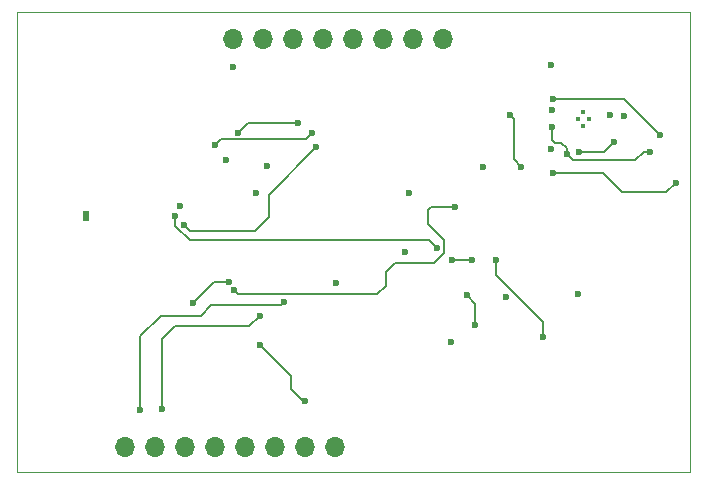
<source format=gbr>
%TF.GenerationSoftware,KiCad,Pcbnew,8.0.1*%
%TF.CreationDate,2024-04-28T17:40:03+05:30*%
%TF.ProjectId,ecg,6563672e-6b69-4636-9164-5f7063625858,rev?*%
%TF.SameCoordinates,Original*%
%TF.FileFunction,Copper,L3,Inr*%
%TF.FilePolarity,Positive*%
%FSLAX46Y46*%
G04 Gerber Fmt 4.6, Leading zero omitted, Abs format (unit mm)*
G04 Created by KiCad (PCBNEW 8.0.1) date 2024-04-28 17:40:03*
%MOMM*%
%LPD*%
G01*
G04 APERTURE LIST*
%TA.AperFunction,ComponentPad*%
%ADD10O,1.700000X1.700000*%
%TD*%
%TA.AperFunction,ComponentPad*%
%ADD11R,0.500000X0.900000*%
%TD*%
%TA.AperFunction,ComponentPad*%
%ADD12C,0.400000*%
%TD*%
%TA.AperFunction,ViaPad*%
%ADD13C,0.600000*%
%TD*%
%TA.AperFunction,Conductor*%
%ADD14C,0.200000*%
%TD*%
%TA.AperFunction,Profile*%
%ADD15C,0.050000*%
%TD*%
G04 APERTURE END LIST*
D10*
%TO.N,LDO_OUT*%
%TO.C,U5*%
X152280000Y-81350000D03*
%TO.N,TMS*%
X154820000Y-81350000D03*
%TO.N,TDI*%
X157360000Y-81350000D03*
%TO.N,TDO*%
X159900000Y-81350000D03*
%TO.N,TCK*%
X162440000Y-81350000D03*
%TO.N,TXD0*%
X164980000Y-81350000D03*
%TO.N,RXD0*%
X167520000Y-81350000D03*
%TO.N,GND2*%
X170060000Y-81350000D03*
%TD*%
D11*
%TO.N,GND2*%
%TO.C,AE1*%
X139830000Y-96340000D03*
%TD*%
D10*
%TO.N,Net-(U1-GPIO21)*%
%TO.C,U6*%
X143160000Y-115850000D03*
%TO.N,Net-(U1-GPIO18)*%
X145700000Y-115850000D03*
%TO.N,Net-(U1-GPIO12)*%
X148240000Y-115850000D03*
%TO.N,Net-(U1-GPIO13)*%
X150780000Y-115850000D03*
%TO.N,Net-(U1-GPIO14)*%
X153320000Y-115850000D03*
%TO.N,Net-(U1-GPIO17)*%
X155860000Y-115850000D03*
%TO.N,USB_D+*%
X158400000Y-115850000D03*
%TO.N,USB_D-*%
X160940000Y-115850000D03*
%TD*%
D12*
%TO.N,N/C*%
%TO.C,U4*%
X181950000Y-88724999D03*
X182450000Y-88099999D03*
X181450000Y-88099999D03*
X181950000Y-87474999D03*
%TD*%
D13*
%TO.N,AnalogSig*%
X152400000Y-102600000D03*
X178550000Y-106525000D03*
X174550000Y-100025000D03*
X171050000Y-95525000D03*
%TO.N,Net-(U3-+)*%
X172050000Y-103025000D03*
X172800000Y-105525000D03*
%TO.N,LDO_OUT*%
X155150000Y-92100000D03*
X188430000Y-89490000D03*
X179370000Y-86430000D03*
X151650000Y-91600000D03*
X189760000Y-93510000D03*
X179236837Y-90638862D03*
X152300000Y-83700000D03*
X147797672Y-95452328D03*
X173480000Y-92150000D03*
X179400000Y-92700000D03*
%TO.N,GND2*%
X161000000Y-102000000D03*
X181500000Y-102910000D03*
X154200000Y-94400000D03*
%TO.N,Net-(R3-Pad1)*%
X167200000Y-94386200D03*
%TO.N,GND*%
X179300000Y-87325000D03*
X175430000Y-103190000D03*
X179210000Y-83530000D03*
%TO.N,Net-(R4-Pad1)*%
X170750000Y-107000000D03*
%TO.N,Net-(R3-Pad2)*%
X166850000Y-99386200D03*
%TO.N,Net-(U4-NR)*%
X184200000Y-87736091D03*
%TO.N,Net-(U4-FB_SNS)*%
X179300000Y-88792500D03*
X180550000Y-91092500D03*
X187570000Y-90870000D03*
%TO.N,Net-(U1-GPIO12)*%
X148920000Y-103640000D03*
X151900000Y-101930000D03*
%TO.N,USB_D-*%
X154600000Y-107250000D03*
X158400000Y-111990000D03*
%TO.N,Net-(U1-GPIO21)*%
X144440000Y-112710000D03*
X156630000Y-103580000D03*
%TO.N,Net-(U1-GPIO18)*%
X154600000Y-104760000D03*
X146300000Y-112620000D03*
%TO.N,RXD0*%
X159000000Y-89300000D03*
X150750000Y-90300000D03*
%TO.N,/EN*%
X147400000Y-96350000D03*
X169550000Y-99025000D03*
X170800000Y-100025000D03*
X172550000Y-100025000D03*
%TO.N,Net-(U1-U0TXD)*%
X152700000Y-89250000D03*
X157800000Y-88400000D03*
%TO.N,Net-(S1-COM_2)*%
X176670000Y-92160000D03*
X185400000Y-87825000D03*
X175690000Y-87720000D03*
X184550000Y-90025000D03*
X181530000Y-90870000D03*
%TO.N,Net-(S1-NO_1)*%
X148150000Y-97100000D03*
X159300000Y-90500000D03*
%TD*%
D14*
%TO.N,AnalogSig*%
X168800000Y-95775000D02*
X168800000Y-97025000D01*
X166025000Y-100275000D02*
X165220000Y-101080000D01*
X178550000Y-105275000D02*
X174550000Y-101275000D01*
X171050000Y-95525000D02*
X169050000Y-95525000D01*
X152725300Y-102925300D02*
X152400000Y-102600000D01*
X169300000Y-100275000D02*
X166025000Y-100275000D01*
X165220000Y-101080000D02*
X165220000Y-102200000D01*
X165220000Y-102200000D02*
X164494700Y-102925300D01*
X169050000Y-95525000D02*
X168800000Y-95775000D01*
X168800000Y-97025000D02*
X170100000Y-98325000D01*
X164494700Y-102925300D02*
X152725300Y-102925300D01*
X174550000Y-101275000D02*
X174550000Y-100025000D01*
X170100000Y-98325000D02*
X170100000Y-99475000D01*
X178550000Y-106525000D02*
X178550000Y-105275000D01*
X170100000Y-99475000D02*
X169300000Y-100275000D01*
%TO.N,Net-(U3-+)*%
X172800000Y-103775000D02*
X172800000Y-105525000D01*
X172050000Y-103025000D02*
X172800000Y-103775000D01*
%TO.N,LDO_OUT*%
X188430000Y-89490000D02*
X185370000Y-86430000D01*
X183600000Y-92700000D02*
X179400000Y-92700000D01*
X188970000Y-94300000D02*
X185200000Y-94300000D01*
X185370000Y-86430000D02*
X179370000Y-86430000D01*
X185200000Y-94300000D02*
X183600000Y-92700000D01*
X189760000Y-93510000D02*
X188970000Y-94300000D01*
%TO.N,Net-(U4-FB_SNS)*%
X181050000Y-91592500D02*
X180550000Y-91092500D01*
X179300000Y-89842500D02*
X179300000Y-88792500D01*
X186337500Y-91592500D02*
X181050000Y-91592500D01*
X179550000Y-90092500D02*
X179300000Y-89842500D01*
X180550000Y-90592500D02*
X180050000Y-90092500D01*
X180550000Y-91092500D02*
X180550000Y-90592500D01*
X187060000Y-90870000D02*
X186337500Y-91592500D01*
X187570000Y-90870000D02*
X187060000Y-90870000D01*
X180050000Y-90092500D02*
X179550000Y-90092500D01*
%TO.N,Net-(U1-GPIO12)*%
X148920000Y-103640000D02*
X150630000Y-101930000D01*
X150630000Y-101930000D02*
X151900000Y-101930000D01*
%TO.N,USB_D-*%
X154590000Y-107250000D02*
X154600000Y-107250000D01*
X158190000Y-111990000D02*
X157200000Y-111000000D01*
X157200000Y-111000000D02*
X157200000Y-109860000D01*
X158400000Y-111990000D02*
X158190000Y-111990000D01*
X157200000Y-109860000D02*
X154590000Y-107250000D01*
%TO.N,Net-(U1-GPIO21)*%
X156340000Y-103870000D02*
X156630000Y-103580000D01*
X144440000Y-112710000D02*
X144440000Y-106440000D01*
X146140000Y-104740000D02*
X149530000Y-104740000D01*
X144440000Y-106440000D02*
X146140000Y-104740000D01*
X150400000Y-103870000D02*
X156340000Y-103870000D01*
X149530000Y-104740000D02*
X150400000Y-103870000D01*
%TO.N,Net-(U1-GPIO18)*%
X147390000Y-105650000D02*
X153660000Y-105650000D01*
X146300000Y-106740000D02*
X147390000Y-105650000D01*
X154550000Y-104760000D02*
X154600000Y-104760000D01*
X153660000Y-105650000D02*
X154550000Y-104760000D01*
X146300000Y-112620000D02*
X146300000Y-106740000D01*
%TO.N,RXD0*%
X158495754Y-89804246D02*
X151245754Y-89804246D01*
X159000000Y-89300000D02*
X158495754Y-89804246D01*
X151245754Y-89804246D02*
X150750000Y-90300000D01*
%TO.N,/EN*%
X147400000Y-97127818D02*
X147400000Y-96350000D01*
X169550000Y-99025000D02*
X168875000Y-98350000D01*
X168875000Y-98350000D02*
X148622182Y-98350000D01*
X172550000Y-100025000D02*
X170800000Y-100025000D01*
X148622182Y-98350000D02*
X147400000Y-97127818D01*
X170800000Y-100025000D02*
X170800000Y-100225000D01*
%TO.N,Net-(U1-U0TXD)*%
X157800000Y-88400000D02*
X153550000Y-88400000D01*
X153550000Y-88400000D02*
X152700000Y-89250000D01*
%TO.N,Net-(S1-COM_2)*%
X176030000Y-91520000D02*
X176030000Y-88820000D01*
X176670000Y-92160000D02*
X176030000Y-91520000D01*
X176030000Y-88060000D02*
X175690000Y-87720000D01*
X176030000Y-88820000D02*
X176030000Y-88060000D01*
X183705000Y-90870000D02*
X184550000Y-90025000D01*
X181530000Y-90870000D02*
X183705000Y-90870000D01*
%TO.N,Net-(S1-NO_1)*%
X154100000Y-97600000D02*
X148650000Y-97600000D01*
X148650000Y-97600000D02*
X148150000Y-97100000D01*
X155300000Y-96400000D02*
X154100000Y-97600000D01*
X155300000Y-94500000D02*
X155300000Y-96400000D01*
X159300000Y-90500000D02*
X155300000Y-94500000D01*
%TD*%
D15*
X134000000Y-79000000D02*
X191000000Y-79000000D01*
X191000000Y-118000000D02*
X191000000Y-79000000D01*
X134000000Y-118000000D02*
X191000000Y-118000000D01*
X134000000Y-79000000D02*
X134000000Y-118000000D01*
M02*

</source>
